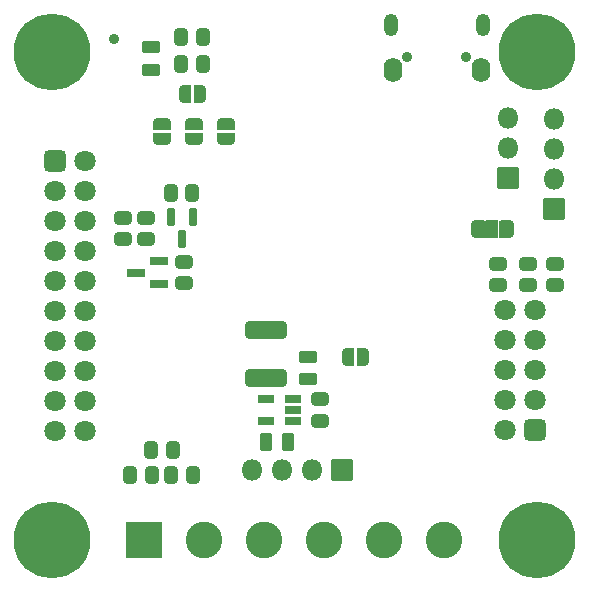
<source format=gbs>
%TF.GenerationSoftware,KiCad,Pcbnew,(6.0.9)*%
%TF.CreationDate,2023-01-11T20:23:52+07:00*%
%TF.ProjectId,ESP12CORE_B_MULTI,45535031-3243-44f5-9245-5f425f4d554c,rev?*%
%TF.SameCoordinates,Original*%
%TF.FileFunction,Soldermask,Bot*%
%TF.FilePolarity,Negative*%
%FSLAX46Y46*%
G04 Gerber Fmt 4.6, Leading zero omitted, Abs format (unit mm)*
G04 Created by KiCad (PCBNEW (6.0.9)) date 2023-01-11 20:23:52*
%MOMM*%
%LPD*%
G01*
G04 APERTURE LIST*
G04 Aperture macros list*
%AMRoundRect*
0 Rectangle with rounded corners*
0 $1 Rounding radius*
0 $2 $3 $4 $5 $6 $7 $8 $9 X,Y pos of 4 corners*
0 Add a 4 corners polygon primitive as box body*
4,1,4,$2,$3,$4,$5,$6,$7,$8,$9,$2,$3,0*
0 Add four circle primitives for the rounded corners*
1,1,$1+$1,$2,$3*
1,1,$1+$1,$4,$5*
1,1,$1+$1,$6,$7*
1,1,$1+$1,$8,$9*
0 Add four rect primitives between the rounded corners*
20,1,$1+$1,$2,$3,$4,$5,0*
20,1,$1+$1,$4,$5,$6,$7,0*
20,1,$1+$1,$6,$7,$8,$9,0*
20,1,$1+$1,$8,$9,$2,$3,0*%
%AMFreePoly0*
4,1,37,0.535355,0.785355,0.550000,0.750000,0.550000,-0.750000,0.535355,-0.785355,0.500000,-0.800000,0.000000,-0.800000,-0.012524,-0.794812,-0.080857,-0.793560,-0.094851,-0.791293,-0.230166,-0.749018,-0.242962,-0.742915,-0.360972,-0.664360,-0.371540,-0.654911,-0.462760,-0.546392,-0.470252,-0.534356,-0.527347,-0.404597,-0.531159,-0.390943,-0.548742,-0.256483,-0.547388,-0.256306,-0.550000,-0.250000,
-0.550000,0.250000,-0.549522,0.251153,-0.549368,0.263802,-0.527557,0.403879,-0.523412,0.417435,-0.463164,0.545760,-0.455381,0.557609,-0.361537,0.663867,-0.350741,0.673055,-0.230846,0.748703,-0.217905,0.754492,-0.081598,0.793449,-0.067552,0.795373,-0.011991,0.795033,0.000000,0.800000,0.500000,0.800000,0.535355,0.785355,0.535355,0.785355,$1*%
%AMFreePoly1*
4,1,37,0.012350,0.794884,0.074210,0.794507,0.088231,0.792412,0.224052,0.751793,0.236921,0.745846,0.355883,0.668739,0.366566,0.659420,0.459104,0.552023,0.466742,0.540080,0.525419,0.411028,0.529398,0.397421,0.549495,0.257088,0.550000,0.250000,0.550000,-0.250000,0.549996,-0.250610,0.549847,-0.262826,0.549158,-0.270511,0.525638,-0.410312,0.521328,-0.423818,0.459516,-0.551397,
0.451589,-0.563150,0.356454,-0.668254,0.345546,-0.677309,0.224736,-0.751486,0.211726,-0.757116,0.074953,-0.794405,0.060885,-0.796158,0.011462,-0.795252,0.000000,-0.800000,-0.500000,-0.800000,-0.535355,-0.785355,-0.550000,-0.750000,-0.550000,0.750000,-0.535355,0.785355,-0.500000,0.800000,0.000000,0.800000,0.012350,0.794884,0.012350,0.794884,$1*%
%AMFreePoly2*
4,1,37,0.585355,0.785355,0.600000,0.750000,0.600000,-0.750000,0.585355,-0.785355,0.550000,-0.800000,0.000000,-0.800000,-0.012524,-0.794812,-0.080857,-0.793560,-0.094851,-0.791293,-0.230166,-0.749018,-0.242962,-0.742915,-0.360972,-0.664360,-0.371540,-0.654911,-0.462760,-0.546392,-0.470252,-0.534356,-0.527347,-0.404597,-0.531159,-0.390943,-0.548742,-0.256483,-0.547388,-0.256306,-0.550000,-0.250000,
-0.550000,0.250000,-0.549522,0.251153,-0.549368,0.263802,-0.527557,0.403879,-0.523412,0.417435,-0.463164,0.545760,-0.455381,0.557609,-0.361537,0.663867,-0.350741,0.673055,-0.230846,0.748703,-0.217905,0.754492,-0.081598,0.793449,-0.067552,0.795373,-0.011991,0.795033,0.000000,0.800000,0.550000,0.800000,0.585355,0.785355,0.585355,0.785355,$1*%
%AMFreePoly3*
4,1,37,0.012350,0.794884,0.074210,0.794507,0.088231,0.792412,0.224052,0.751793,0.236921,0.745846,0.355883,0.668739,0.366566,0.659420,0.459104,0.552023,0.466742,0.540080,0.525419,0.411028,0.529398,0.397421,0.549495,0.257088,0.550000,0.250000,0.550000,-0.250000,0.549996,-0.250610,0.549847,-0.262826,0.549158,-0.270511,0.525638,-0.410312,0.521328,-0.423818,0.459516,-0.551397,
0.451589,-0.563150,0.356454,-0.668254,0.345546,-0.677309,0.224736,-0.751486,0.211726,-0.757116,0.074953,-0.794405,0.060885,-0.796158,0.011462,-0.795252,0.000000,-0.800000,-0.550000,-0.800000,-0.585355,-0.785355,-0.600000,-0.750000,-0.600000,0.750000,-0.585355,0.785355,-0.550000,0.800000,0.000000,0.800000,0.012350,0.794884,0.012350,0.794884,$1*%
G04 Aperture macros list end*
%ADD10RoundRect,0.300000X0.600000X0.600000X-0.600000X0.600000X-0.600000X-0.600000X0.600000X-0.600000X0*%
%ADD11C,1.800000*%
%ADD12C,0.900000*%
%ADD13C,6.500000*%
%ADD14RoundRect,0.050000X0.850000X0.850000X-0.850000X0.850000X-0.850000X-0.850000X0.850000X-0.850000X0*%
%ADD15O,1.800000X1.800000*%
%ADD16RoundRect,0.300000X-0.600000X-0.600000X0.600000X-0.600000X0.600000X0.600000X-0.600000X0.600000X0*%
%ADD17RoundRect,0.050000X-0.850000X0.850000X-0.850000X-0.850000X0.850000X-0.850000X0.850000X0.850000X0*%
%ADD18RoundRect,0.050000X-1.500000X-1.500000X1.500000X-1.500000X1.500000X1.500000X-1.500000X1.500000X0*%
%ADD19C,3.100000*%
%ADD20O,0.900000X0.900000*%
%ADD21O,1.550000X2.100000*%
%ADD22O,1.250000X1.900000*%
%ADD23RoundRect,0.200000X0.587500X0.150000X-0.587500X0.150000X-0.587500X-0.150000X0.587500X-0.150000X0*%
%ADD24FreePoly0,270.000000*%
%ADD25FreePoly1,270.000000*%
%ADD26RoundRect,0.300000X0.475000X-0.250000X0.475000X0.250000X-0.475000X0.250000X-0.475000X-0.250000X0*%
%ADD27FreePoly2,0.000000*%
%ADD28RoundRect,0.050000X-0.500000X-0.750000X0.500000X-0.750000X0.500000X0.750000X-0.500000X0.750000X0*%
%ADD29FreePoly3,0.000000*%
%ADD30RoundRect,0.300000X-0.262500X-0.450000X0.262500X-0.450000X0.262500X0.450000X-0.262500X0.450000X0*%
%ADD31RoundRect,0.300000X-0.450000X0.262500X-0.450000X-0.262500X0.450000X-0.262500X0.450000X0.262500X0*%
%ADD32RoundRect,0.300000X0.450000X-0.262500X0.450000X0.262500X-0.450000X0.262500X-0.450000X-0.262500X0*%
%ADD33RoundRect,0.200000X-0.150000X0.587500X-0.150000X-0.587500X0.150000X-0.587500X0.150000X0.587500X0*%
%ADD34RoundRect,0.300000X-0.250000X-0.475000X0.250000X-0.475000X0.250000X0.475000X-0.250000X0.475000X0*%
%ADD35FreePoly0,180.000000*%
%ADD36FreePoly1,180.000000*%
%ADD37RoundRect,0.300000X-0.475000X0.250000X-0.475000X-0.250000X0.475000X-0.250000X0.475000X0.250000X0*%
%ADD38RoundRect,0.200000X0.512500X0.150000X-0.512500X0.150000X-0.512500X-0.150000X0.512500X-0.150000X0*%
%ADD39RoundRect,0.300000X0.262500X0.450000X-0.262500X0.450000X-0.262500X-0.450000X0.262500X-0.450000X0*%
%ADD40RoundRect,0.299999X1.450001X-0.450001X1.450001X0.450001X-1.450001X0.450001X-1.450001X-0.450001X0*%
G04 APERTURE END LIST*
D10*
%TO.C,J1*%
X145843909Y-95758668D03*
D11*
X143303909Y-95758668D03*
X145843909Y-93218668D03*
X143303909Y-93218668D03*
X145843909Y-90678668D03*
X143303909Y-90678668D03*
X145843909Y-88138668D03*
X143303909Y-88138668D03*
X145843909Y-85598668D03*
X143303909Y-85598668D03*
%TD*%
D12*
%TO.C,SW1*%
X110200827Y-62587897D03*
%TD*%
%TO.C,H4*%
X144352944Y-103302944D03*
X146050000Y-102600000D03*
D13*
X146050000Y-105000000D03*
D12*
X147747056Y-103302944D03*
X146050000Y-107400000D03*
X144352944Y-106697056D03*
X147747056Y-106697056D03*
X143650000Y-105000000D03*
X148450000Y-105000000D03*
%TD*%
D14*
%TO.C,J6*%
X143606599Y-74422000D03*
D15*
X143606599Y-71882000D03*
X143606599Y-69342000D03*
%TD*%
D16*
%TO.C,J4*%
X105204868Y-72917125D03*
D11*
X107744868Y-72917125D03*
X105204868Y-75457125D03*
X107744868Y-75457125D03*
X105204868Y-77997125D03*
X107744868Y-77997125D03*
X105204868Y-80537125D03*
X107744868Y-80537125D03*
X105204868Y-83077125D03*
X107744868Y-83077125D03*
X105204868Y-85617125D03*
X107744868Y-85617125D03*
X105204868Y-88157125D03*
X107744868Y-88157125D03*
X105204868Y-90697125D03*
X107744868Y-90697125D03*
X105204868Y-93237125D03*
X107744868Y-93237125D03*
X105204868Y-95777125D03*
X107744868Y-95777125D03*
%TD*%
D12*
%TO.C,H1*%
X144352944Y-62052944D03*
X144352944Y-65447056D03*
X147747056Y-65447056D03*
X146050000Y-61350000D03*
X147747056Y-62052944D03*
X143650000Y-63750000D03*
X146050000Y-66150000D03*
D13*
X146050000Y-63750000D03*
D12*
X148450000Y-63750000D03*
%TD*%
D17*
%TO.C,J2*%
X129480000Y-99133737D03*
D15*
X126940000Y-99133737D03*
X124400000Y-99133737D03*
X121860000Y-99133737D03*
%TD*%
D14*
%TO.C,J5*%
X147500856Y-76995980D03*
D15*
X147500856Y-74455980D03*
X147500856Y-71915980D03*
X147500856Y-69375980D03*
%TD*%
D12*
%TO.C,H2*%
X105000000Y-66150000D03*
X103302944Y-62052944D03*
X102600000Y-63750000D03*
D13*
X105000000Y-63750000D03*
D12*
X107400000Y-63750000D03*
X106697056Y-65447056D03*
X103302944Y-65447056D03*
X106697056Y-62052944D03*
X105000000Y-61350000D03*
%TD*%
%TO.C,H3*%
X105000000Y-107400000D03*
X106697056Y-106697056D03*
X102600000Y-105000000D03*
D13*
X105000000Y-105000000D03*
D12*
X105000000Y-102600000D03*
X103302944Y-103302944D03*
X107400000Y-105000000D03*
X103302944Y-106697056D03*
X106697056Y-103302944D03*
%TD*%
D18*
%TO.C,J8*%
X112773429Y-105050688D03*
D19*
X117853429Y-105050688D03*
X122933429Y-105050688D03*
X128013429Y-105050688D03*
X133093429Y-105050688D03*
X138173429Y-105050688D03*
%TD*%
D20*
%TO.C,J7*%
X135041582Y-64190224D03*
X140041582Y-64190224D03*
D21*
X133816582Y-65240224D03*
D22*
X141416582Y-61440224D03*
D21*
X141266582Y-65240224D03*
D22*
X133666582Y-61440224D03*
%TD*%
D23*
%TO.C,Q6*%
X113987500Y-81450000D03*
X113987500Y-83350000D03*
X112112500Y-82400000D03*
%TD*%
D24*
%TO.C,JP3*%
X114290000Y-69830000D03*
D25*
X114290000Y-71130000D03*
%TD*%
D24*
%TO.C,JP4*%
X117020000Y-69820000D03*
D25*
X117020000Y-71120000D03*
%TD*%
D26*
%TO.C,C11*%
X126660000Y-91440000D03*
X126660000Y-89540000D03*
%TD*%
D27*
%TO.C,JP2*%
X140940000Y-78740000D03*
D28*
X142240000Y-78740000D03*
D29*
X143540000Y-78740000D03*
%TD*%
D30*
%TO.C,R15*%
X111577500Y-99530000D03*
X113402500Y-99530000D03*
%TD*%
D31*
%TO.C,R11*%
X142748000Y-81637500D03*
X142748000Y-83462500D03*
%TD*%
D32*
%TO.C,R31*%
X112925000Y-79587500D03*
X112925000Y-77762500D03*
%TD*%
D33*
%TO.C,Q5*%
X115020000Y-77682500D03*
X116920000Y-77682500D03*
X115970000Y-79557500D03*
%TD*%
D34*
%TO.C,C9*%
X123050000Y-96720000D03*
X124950000Y-96720000D03*
%TD*%
D30*
%TO.C,R16*%
X113357500Y-97380000D03*
X115182500Y-97380000D03*
%TD*%
%TO.C,R17*%
X115037500Y-99580000D03*
X116862500Y-99580000D03*
%TD*%
D31*
%TO.C,R18*%
X147574000Y-81637500D03*
X147574000Y-83462500D03*
%TD*%
D35*
%TO.C,JP1*%
X117490000Y-67310000D03*
D36*
X116190000Y-67310000D03*
%TD*%
D24*
%TO.C,JP5*%
X119720000Y-69790000D03*
D25*
X119720000Y-71090000D03*
%TD*%
D37*
%TO.C,C15*%
X113344075Y-63334212D03*
X113344075Y-65234212D03*
%TD*%
D31*
%TO.C,R19*%
X145288000Y-81637500D03*
X145288000Y-83462500D03*
%TD*%
D35*
%TO.C,JP6*%
X131333000Y-89560400D03*
D36*
X130033000Y-89560400D03*
%TD*%
D32*
%TO.C,R32*%
X110950000Y-79562500D03*
X110950000Y-77737500D03*
%TD*%
D38*
%TO.C,U7*%
X125347500Y-93100000D03*
X125347500Y-94050000D03*
X125347500Y-95000000D03*
X123072500Y-95000000D03*
X123072500Y-93100000D03*
%TD*%
D30*
%TO.C,R30*%
X115927500Y-62484000D03*
X117752500Y-62484000D03*
%TD*%
D31*
%TO.C,R26*%
X127670000Y-93107500D03*
X127670000Y-94932500D03*
%TD*%
D39*
%TO.C,R29*%
X117752500Y-64770000D03*
X115927500Y-64770000D03*
%TD*%
D40*
%TO.C,C13*%
X123060000Y-91330000D03*
X123060000Y-87230000D03*
%TD*%
D39*
%TO.C,R10*%
X116852500Y-75660000D03*
X115027500Y-75660000D03*
%TD*%
D32*
%TO.C,R22*%
X116100000Y-83287500D03*
X116100000Y-81462500D03*
%TD*%
G36*
X124503868Y-92078999D02*
G01*
X124503868Y-92080999D01*
X124502465Y-92081972D01*
X124502459Y-92081973D01*
X124502130Y-92082000D01*
X121617870Y-92082000D01*
X121616138Y-92081000D01*
X121616138Y-92079000D01*
X121617870Y-92078000D01*
X124502136Y-92077999D01*
X124503868Y-92078999D01*
G37*
G36*
X124503862Y-90579000D02*
G01*
X124503862Y-90581000D01*
X124502130Y-90582000D01*
X121617864Y-90582001D01*
X121616132Y-90581001D01*
X121616132Y-90579001D01*
X121617535Y-90578028D01*
X121617541Y-90578027D01*
X121617870Y-90578000D01*
X124502130Y-90578000D01*
X124503862Y-90579000D01*
G37*
G36*
X124503868Y-87978999D02*
G01*
X124503868Y-87980999D01*
X124502465Y-87981972D01*
X124502459Y-87981973D01*
X124502130Y-87982000D01*
X121617870Y-87982000D01*
X121616138Y-87981000D01*
X121616138Y-87979000D01*
X121617870Y-87978000D01*
X124502136Y-87977999D01*
X124503868Y-87978999D01*
G37*
G36*
X124503862Y-86479000D02*
G01*
X124503862Y-86481000D01*
X124502130Y-86482000D01*
X121617864Y-86482001D01*
X121616132Y-86481001D01*
X121616132Y-86479001D01*
X121617535Y-86478028D01*
X121617541Y-86478027D01*
X121617870Y-86478000D01*
X124502130Y-86478000D01*
X124503862Y-86479000D01*
G37*
G36*
X141537523Y-77969752D02*
G01*
X141581118Y-78004119D01*
X141641573Y-78006493D01*
X141691977Y-77972814D01*
X141693973Y-77972683D01*
X141695084Y-77974346D01*
X141695050Y-77974867D01*
X141692000Y-77990199D01*
X141692000Y-79489801D01*
X141695677Y-79508287D01*
X141695034Y-79510181D01*
X141693072Y-79510571D01*
X141692477Y-79510248D01*
X141648882Y-79475881D01*
X141588427Y-79473507D01*
X141538023Y-79507186D01*
X141536027Y-79507317D01*
X141534916Y-79505654D01*
X141534950Y-79505133D01*
X141538000Y-79489801D01*
X141538000Y-77990199D01*
X141534323Y-77971713D01*
X141534966Y-77969819D01*
X141536928Y-77969429D01*
X141537523Y-77969752D01*
G37*
G36*
X142787523Y-77969752D02*
G01*
X142831118Y-78004119D01*
X142891573Y-78006493D01*
X142941977Y-77972814D01*
X142943973Y-77972683D01*
X142945084Y-77974346D01*
X142945050Y-77974867D01*
X142942000Y-77990199D01*
X142942000Y-79489801D01*
X142945677Y-79508287D01*
X142945034Y-79510181D01*
X142943072Y-79510571D01*
X142942477Y-79510248D01*
X142898882Y-79475881D01*
X142838427Y-79473507D01*
X142788023Y-79507186D01*
X142786027Y-79507317D01*
X142784916Y-79505654D01*
X142784950Y-79505133D01*
X142788000Y-79489801D01*
X142788000Y-77990199D01*
X142784323Y-77971713D01*
X142784966Y-77969819D01*
X142786928Y-77969429D01*
X142787523Y-77969752D01*
G37*
M02*

</source>
